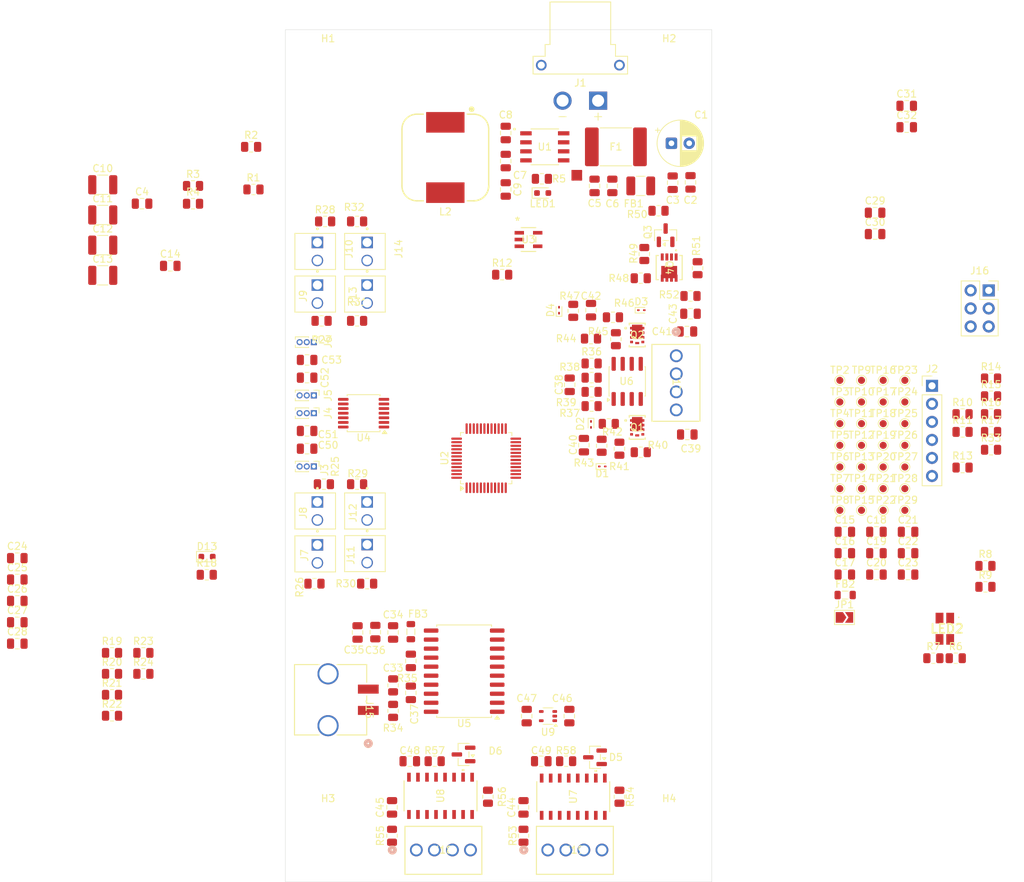
<source format=kicad_pcb>
(kicad_pcb (version 20241229) (generator "pcbnew") (generator_version "9.0")
  (layers (0 "F.Cu" signal) (2 "B.Cu" signal) (13 "F.Paste" user) (15 "B.Paste" user) (5 "F.SilkS" user "F.Silkscreen") (7 "B.SilkS" user "B.Silkscreen") (1 "F.Mask" user) (3 "B.Mask" user) (25 "Edge.Cuts" user))
  (net 0 "")
  (net 1 "LC_IN-")
  (net 2 "VIN_Filtered")
  (net 3 "Vin_An")
  (net 4 "Net-(U1-EN{slash}CLKIN)")
  (net 5 "AGND3V3")
  (net 6 "Net-(U1-VCC)")
  (net 7 "Net-(U1-BOOT)")
  (net 8 "Net-(U1-SW)")
  (net 9 "3V3_Main")
  (net 10 "3V3_An")
  (net 11 "+3.3VA")
  (net 12 "+5V")
  (net 13 "+5Viso")
  (net 14 "GND_iso")
  (net 15 "+5VAiso")
  (net 16 "Net-(C37-Pad1)")
  (net 17 "Vin_Pyro")
  (net 18 "Sense_1")
  (net 19 "Sense_2")
  (net 20 "PA_An")
  (net 21 "Temp_An")
  (net 22 "LCell_An")
  (net 23 "Pressure_An")
  (net 24 "Cmp_1")
  (net 25 "Cmp_2")
  (net 26 "Net-(D5-COM)")
  (net 27 "Net-(D6-COM)")
  (net 28 "Net-(D13-A)")
  (net 29 "Net-(F1-Pad2)")
  (net 30 "SYS_SWCLK")
  (net 31 "SYS_SWDIO")
  (net 32 "SYS_SWO")
  (net 33 "Servo1_Stepup")
  (net 34 "Servo2_Stepup")
  (net 35 "Servo3_Stepup")
  (net 36 "Servo4_Stepup")
  (net 37 "Servo1_Open")
  (net 38 "Servo2_Open")
  (net 39 "Servo3_Open")
  (net 40 "Servo4_Open")
  (net 41 "Servo1_Close")
  (net 42 "Servo2_Close")
  (net 43 "Servo3_Close")
  (net 44 "Servo4_Close")
  (net 45 "Net-(J15-Pin_2)")
  (net 46 "Net-(J15-Pin_1)")
  (net 47 "EXTEND_IO1")
  (net 48 "EXTEND_IO2")
  (net 49 "EXTEND_IO3")
  (net 50 "EXTEND_IO4")
  (net 51 "Pyro1-")
  (net 52 "Pyro2-")
  (net 53 "LC_OUT+")
  (net 54 "LC_OUT-")
  (net 55 "LC_IN+")
  (net 56 "P_OUT+")
  (net 57 "P_OUT-")
  (net 58 "P_IN+")
  (net 59 "Net-(JP1-B)")
  (net 60 "Net-(LED1-A)")
  (net 61 "Net-(LED2-A_GREEN)")
  (net 62 "CriticalLED_G")
  (net 63 "Net-(LED2-A_RED)")
  (net 64 "CriticalLED_R")
  (net 65 "Net-(Q3-C)")
  (net 66 "Net-(Q3-B)")
  (net 67 "BOOT0")
  (net 68 "Net-(U2-PB0)")
  (net 69 "Fire_2")
  (net 70 "Net-(U2-PB1)")
  (net 71 "Fire_1")
  (net 72 "Pyros_Arm")
  (net 73 "Net-(U2-PB2)")
  (net 74 "ISO_CAN_TXD")
  (net 75 "Net-(U2-PB9)")
  (net 76 "Net-(U2-PA8)")
  (net 77 "Servo4_PWM")
  (net 78 "Servo3_PWM")
  (net 79 "Net-(U2-PA9)")
  (net 80 "Servo2_PWM")
  (net 81 "Net-(U2-PA10)")
  (net 82 "Net-(U2-PA11)")
  (net 83 "Servo1_PWM")
  (net 84 "Net-(U4-EN)")
  (net 85 "Net-(U2-PB7)")
  (net 86 "ISO_CAN_IN")
  (net 87 "Net-(U6A-+)")
  (net 88 "Net-(U6A--)")
  (net 89 "Pressure_Sleep")
  (net 90 "Net-(R54-Pad2)")
  (net 91 "Net-(R54-Pad1)")
  (net 92 "LCell_Sleep")
  (net 93 "Net-(R56-Pad1)")
  (net 94 "Net-(R56-Pad2)")
  (net 95 "BT_USART2_TX")
  (net 96 "BT_USART2_RX")
  (net 97 "IMU_I2C1_SDA")
  (net 98 "IMU_I2C1_SCL")
  (net 99 "BARO_SPI1_CS")
  (net 100 "BARO_SPI1_CLK")
  (net 101 "BARO_SPI1_MOSI")
  (net 102 "BARO_SPI1_MISO")
  (net 103 "ACC_I2C3_SCL")
  (net 104 "ACC_I2C3_SDA")
  (net 105 "RFD_USART1_RX")
  (net 106 "RFD_USART1_TX")
  (net 107 "IdeFIX_I2C2_SDA")
  (net 108 "IdeFIX_I2C2_SCL")
  (net 109 "SD_SPI5_CS")
  (net 110 "SD_SPI5_CLK")
  (net 111 "SD_SPI5_MOSI")
  (net 112 "SD_SPI5_MISO")
  (net 113 "GPS_USART6_RX")
  (net 114 "GPS_USART6_TX")
  (net 115 "MEM_QSPI_CS")
  (net 116 "MEM_QSPI_IO0")
  (net 117 "MEM_QSPI_IO1")
  (net 118 "MEM_QSPI_IO2")
  (net 119 "MEM_QSPI_IO3")
  (net 120 "MEM_QSPI_CLK")
  (net 121 "SYS_TRACESWO")
  (net 122 "ISO_CAN_RXD")
  (net 127 "Net-(U7-SENSE)")
  (net 133 "Net-(U8-SENSE)")
  (footprint "Connector_PinSocket_2.54mm:PinSocket_2x03_P2.54mm_Vertical" (layer "F.Cu") (at 181.965 69.715)
    (property "Reference" "J16")
    (property "Value" "Conn_01x06_Pin")
  )
  (footprint "Capacitor_SMD:C_0805_2012Metric" (layer "F.Cu") (at 165.975 58.775)
    (property "Reference" "C29")
    (property "Value" "10uF")
  )
  (footprint "pcb_moteur:CONN_OSTVN04A150_OST" (layer "F.Cu") (at 101.42 148.5)
    (property "Reference" "J18")
    (property "Value" "Screw_Terminal_01x04")
  )
  (footprint "MountingHole:MountingHole_4.3mm_M4" (layer "F.Cu") (at 137 146.5)
    (property "Reference" "H4")
    (property "Value" "MountingHole")
  )
  (footprint "Capacitor_SMD:C_0805_2012Metric" (layer "F.Cu") (at 100.65 126.375 90)
    (property "Reference" "C37")
    (property "Value" "100nF" (hide yes))
  )
  (footprint "Capacitor_SMD:C_0805_2012Metric" (layer "F.Cu") (at 161.715 106.715)
    (property "Reference" "C16")
    (property "Value" "100nF")
  )
  (footprint "pcb_moteur:SI7617DN-T1-GE3" (layer "F.Cu") (at 137 66.5 -90)
    (property "Reference" "Q4")
    (property "Value" "SI7617DN-T1-GE3" (hide yes))
  )
  (footprint "pcb_moteur:TE_640454-2" (layer "F.Cu") (at 87.5 99.5 -90)
    (property "Reference" "J8")
    (property "Value" "Conn_01x02" (hide yes))
  )
  (footprint "Capacitor_SMD:C_0805_2012Metric" (layer "F.Cu") (at 86.05 79.5 180)
    (property "Reference" "C53")
    (property "Value" "10uF" (hide yes))
  )
  (footprint "Resistor_SMD:R_0805_2012Metric" (layer "F.Cu") (at 98.15 128.9125 -90)
    (property "Reference" "R34")
    (property "Value" "60R" (hide yes))
  )
  (footprint "Package_SO:SOIC-20W_7.5x12.8mm_P1.27mm" (layer "F.Cu") (at 108.15 123.325 180)
    (property "Reference" "U5")
    (property "Value" "ISOW1044")
  )
  (footprint "Capacitor_SMD:C_0805_2012Metric" (layer "F.Cu") (at 170.615 103.705)
    (property "Reference" "C21")
    (property "Value" "10nF")
  )
  (footprint "Resistor_SMD:R_0805_2012Metric" (layer "F.Cu") (at 63.01 123.7)
    (property "Reference" "R24")
    (property "Value" "1.5k")
  )
  (footprint "Resistor_SMD:R_0805_2012Metric" (layer "F.Cu") (at 178.285 87.125)
    (property "Reference" "R10")
    (property "Value" "22R")
  )
  (footprint "Capacitor_SMD:C_0805_2012Metric" (layer "F.Cu") (at 166.165 109.725)
    (property "Reference" "C20")
    (property "Value" "10uF")
  )
  (footprint "Capacitor_SMD:C_0805_2012Metric" (layer "F.Cu") (at 93.15 117.875 -90)
    (property "Reference" "C35")
    (property "Value" "1uF" (hide yes))
  )
  (footprint "Capacitor_SMD:C_0805_2012Metric" (layer "F.Cu") (at 129 55 -90)
    (property "Reference" "C6")
    (property "Value" "10uF" (hide yes))
  )
  (footprint "pcb_moteur:LTSTE683RGBW" (layer "F.Cu") (at 175.79 117.35)
    (property "Reference" "LED2")
    (property "Value" "LTST-E682KRKGWT" (hide yes))
  )
  (footprint "Resistor_SMD:R_0805_2012Metric" (layer "F.Cu") (at 88.5875 60)
    (property "Reference" "R28")
    (property "Value" "10k" (hide yes))
  )
  (footprint "TestPoint:TestPoint_Pad_D1.0mm" (layer "F.Cu") (at 170.165 88.475)
    (property "Reference" "TP25")
    (property "Value" "TestPoint")
  )
  (footprint "Capacitor_SMD:C_0805_2012Metric" (layer "F.Cu") (at 98 142.5 90)
    (property "Reference" "C45")
    (property "Value" "100nF" (hide yes))
  )
  (footprint "TestPoint:TestPoint_Pad_D1.0mm" (layer "F.Cu") (at 164.065 82.375)
    (property "Reference" "TP9")
    (property "Value" "TestPoint")
  )
  (footprint "Capacitor_SMD:C_0805_2012Metric" (layer "F.Cu") (at 114 47.55 90)
    (property "Reference" "C8")
    (property "Value" "100nF" (hide yes))
  )
  (footprint "Capacitor_SMD:C_0805_2012Metric" (layer "F.Cu") (at 170.615 109.725)
    (property "Reference" "C23")
    (property "Value" "100nF")
  )
  (footprint "Jumper:SolderJumper-2_P1.3mm_Open_TrianglePad1.0x1.5mm" (layer "F.Cu") (at 161.665 115.755)
    (property "Reference" "JP1")
    (property "Value" "SolderJumper_2_Open")
  )
  (footprint "TestPoint:TestPoint_Pad_D1.0mm" (layer "F.Cu") (at 167.115 97.625)
    (property "Reference" "TP21")
    (property "Value" "TestPoint")
  )
  (footprint "Capacitor_SMD:C_0805_2012Metric" (layer "F.Cu") (at 119 136 180)
    (property "Reference" "C49")
    (property "Value" "10nF" (hide yes))
  )
  (footprint "pcb_moteur:SI5442DU_T1_G3" (layer "F.Cu") (at 132.5 76)
    (property "Reference" "Q2")
    (property "Value" "SI5442DU-T1-GE3" (hide yes))
  )
  (footprint "Resistor_SMD:R_0805_2012Metric" (layer "F.Cu") (at 133 68 180)
    (property "Reference" "R48")
    (property "Value" "1.5k" (hide yes))
  )
  (footprint "Resistor_SMD:R_0805_2012Metric" (layer "F.Cu") (at 111.5 141 90)
    (property "Reference" "R56")
    (property "Value" "200R" (hide yes))
  )
  (footprint "Resistor_SMD:R_0805_2012Metric" (layer "F.Cu") (at 119.0875 54 180)
    (property "Reference" "R5")
    (property "Value" "620R" (hide yes))
  )
  (footprint "Capacitor_SMD:C_0805_2012Metric" (layer "F.Cu") (at 116.95 129.65 -90)
    (property "Reference" "C47")
    (property "Value" "100nF" (hide yes))
  )
  (footprint "Capacitor_SMD:C_0805_2012Metric" (layer "F.Cu") (at 161.715 103.705)
    (property "Reference" "C15")
    (property "Value" "10uF")
  )
  (footprint "Resistor_SMD:R_0805_2012Metric" (layer "F.Cu") (at 130 141 90)
    (property "Reference" "R54")
    (property "Value" "1k" (hide yes))
  )
  (footprint "Capacitor_SMD:C_0805_2012Metric" (layer "F.Cu") (at 86.05 82 180)
    (property "Reference" "C52")
    (property "Value" "10uF" (hide yes))
  )
  (footprint "Package_TO_SOT_SMD:SOT-353_SC-70-5" (layer "F.Cu") (at 119.95 129.65 180)
    (property "Reference" "U9")
    (property "Value" "MAX6612MXK" (hide yes))
  )
  (footprint "Resistor_SMD:R_0805_2012Metric" (layer "F.Cu") (at 129.0875 73.5 180)
    (property "Reference" "R46")
    (property "Value" "47k 1%" (hide yes))
  )
  (footprint "pcb_moteur:L6981N33DR" (layer "F.Cu") (at 119.5 49.5)
    (property "Reference" "U1")
    (property "Value" "L6981N33DR" (hide yes))
  )
  (footprint "TestPoint:TestPoint_Pad_D1.0mm" (layer "F.Cu") (at 167.115 82.375)
    (property "Reference" "TP16")
    (property "Value" "TestPoint")
  )
  (footprint "Capacitor_SMD:C_0805_2012Metric" (layer "F.Cu") (at 116.5 142.5 90)
    (property "Reference" "C44")
    (property "Value" "100nF" (hide yes))
  )
  (footprint "TestPoint:TestPoint_Pad_D1.0mm" (layer "F.Cu") (at 167.115 85.425)
    (property "Reference" "TP17")
    (property "Value" "TestPoint")
  )
  (footprint "Resistor_SMD:R_0805_2012Metric" (layer "F.Cu") (at 93.0875 97 180)
    (property "Reference" "R29")
    (property "Value" "10k" (hide yes))
  )
  (footprint "Resistor_SMD:R_0805_2012Metric" (layer "F.Cu") (at 88.4125 97)
    (property "Reference" "R25")
    (property "Value" "10k" (hide yes))
  )
  (footprint "Resistor_SMD:R_0805_2012Metric" (layer "F.Cu") (at 78.5 55.5)
    (property "Reference" "R1")
    (property "Value" "33K 1%")
  )
  (footprint "Capacitor_SMD:C_0805_2012Metric" (layer "F.Cu") (at 170.615 106.715)
    (property "Reference" "C22")
    (property "Value" "10nF")
  )
  (footprint "Capacitor_SMD:C_0805_2012Metric" (layer "F.Cu") (at 114 51.5 -90)
    (property "Reference" "C7")
    (property "Value" "1uF" (hide yes))
  )
  (footprint "Capacitor_SMD:C_0805_2012Metric" (layer "F.Cu") (at 100.5 136 180)
    (property "Reference" "C48")
    (property "Value" "10nF" (hide yes))
  )
  (footprint "Resistor_SMD:R_0805_2012Metric" (layer "F.Cu") (at 174.175 121.5)
    (property "Reference" "R7")
    (property "Value" "100R")
  )
  (footprint "Resistor_SMD:R_0805_2012Metric" (layer "F.Cu") (at 98.15 125.325 -90)
    (property "Reference" "R35")
    (property "Value" "60R" (hide yes))
  )
  (footprint "Connector_PinHeader_2.54mm:PinHeader_1x06_P2.54mm_Vertical" (layer "F.Cu") (at 173.985 83.145)
    (property "Reference" "J2")
    (property "Value" "Conn_01x06_Pin")
  )
  (footprint "TestPoint:TestPoint_Pad_D1.0mm" (layer "F.Cu") (at 164.065 91.525)
    (property "Reference" "TP12")
    (property "Value" "TestPoint")
  )
  (footprint "TestPoint:TestPoint_Pad_D1.0mm" (layer "F.Cu") (at 161.015 97.625)
    (property "Reference" "TP7")
    (property "Value" "TestPoint")
  )
  (footprint "TestPoint:TestPoint_Pad_D1.0mm" (layer "F.Cu") (at 170.165 85.425)
    (property "Reference" "TP24")
    (property "Value" "TestPoint")
  )
  (footprint "Resistor_SMD:R_0805_2012Metric" (layer "F.Cu") (at 123.5 72.5875 -90)
    (property "Reference" "R47")
    (property "Value" "33k 1%" (hide yes))
  )
  (footprint "Resistor_SMD:R_0805_2012Metric" (layer "F.Cu") (at 177.325 121.5)
    (property "Reference" "R6")
    (property "Value" "100R")
  )
  (footprint "Resistor_SMD:R_0805_2012Metric" (layer "F.Cu") (at 126 76.5)
    (property "Reference" "R44")
    (property "Value" "27k" (hide yes))
  )
  (footprint "TestPoint:TestPoint_Pad_D1.0mm" (layer "F.Cu") (at 161.015 88.475)
    (property "Reference" "TP4")
    (property "Value" "TestPoint")
  )
  (footprint "pcb_moteur:TE_640454-2" (layer "F.Cu") (at 87.5 62.96 -90)
    (property "Reference" "J10")
    (property "Value" "Conn_01x02" (hide yes))
  )
  (footprint "Capacitor_SMD:C_0805_2012Metric" (layer "F.Cu") (at 166.165 103.705)
    (property "Reference" "C18")
    (property "Value" "100nF")
  )
  (footprint "pcb_moteur:LED_QBLP601-AG15" (layer "F.Cu") (at 119.2 56)
    (property "Reference" "LED1")
    (property "Value" "GREEN" (hide yes))
  )
  (footprint "pcb_moteur:TE_640454-2" (layer "F.Cu") (at 87.5 68.96 -90)
    (property "Reference" "J9")
    (property "Value" "Conn_01x02" (hide yes))
  )
  (footprint "Resistor_SMD:R_0805_2012Metric" (layer "F.Cu") (at 94.5 111 180)
    (property "Reference" "R30")
    (property "Value" "10k" (hide yes))
  )
  (footprint "MountingHole:MountingHole_4.3mm_M4" (layer "F.Cu") (at 89 39.5)
    (property "Reference" "H1")
    (property "Value" "MountingHole" (hide yes))
  )
  (footprint "pcb_moteur:D16-L" (layer "F.Cu") (at 123.5 141 90)
    (property "Reference" "U7")
    (property "Value" "INA125UA/2K5")
  )
  (footprint "Resistor_SMD:R_0805_2012Metric" (layer "F.Cu") (at 87.0875 111)
    (property "Reference" "R26")
    (property "Value" "10k" (hide yes))
  )
  (footprint "Capacitor_SMD:C_0805_2012Metric" (layer "F.Cu") (at 62.825 57.5)
    (property "Reference" "C4")
    (property "Value" "100nF")
  )
  (footprint "TestPoint:TestPoint_Pad_D1.0mm" (layer "F.Cu") (at 161.015 94.575)
    (property "Reference" "TP6")
    (property "Value" "TestPoint")
  )
  (footprint "Resistor_SMD:R_0805_2012Metric" (layer "F.Cu") (at 58.6 123.7)
    (property "Reference" "R20")
    (property "Value" "1.5k")
  )
  (footprint "Resistor_SMD:R_0805_2012Metric" (layer "F.Cu") (at 141 66.5875 -90)
    (property "Reference" "R51")
    (property "Value" "33K 1%" (hide yes))
  )
  (footprint "Resistor_SMD:R_0805_2012Metric" (layer "F.Cu") (at 126.0875 86)
    (property "Reference" "R37")
    (property "Value" "40k 1%" (hide yes))
  )
  (footprint "pcb_moteur:TE_640454-2" (layer "F.Cu") (at 94.5 99.5 -90)
    (property "Reference" "J12")
    (property "Value" "Conn_01x02" (hide yes))
  )
  (footprint "Inductor_SMD:L_0805_2012Metric" (layer "F.Cu") (at 100.65 117.7625 90)
    (property "Reference" "FB3")
    (property "Value" "120R" (hide yes))
  )
  (footprint "TestPoint:TestPoint_Pad_D1.0mm" (layer "F.Cu") (at 170.165 82.375)
    (property "Reference" "TP23")
    (property "Value" "TestPoint")
  )
  (footprint "Resistor_SMD:R_0805_2012Metric" (layer "F.Cu") (at 88.0875 74 180)
    (property "Reference" "R27")
    (property "Value" "10k" (hide yes))
  )
  (footprint "Capacitor_SMD:C_0805_2012Metric" (layer "F.Cu") (at 139.55 90)
    (property "Reference" "C39")
    (property "Value" "22uF" (hide yes))
  )
  (footprint "Fuse:Fuse_2920_7451Metric" (layer "F.Cu") (at 129.5 49.5 180)
    (property "Reference" "F1")
    (property "Value" "2920L700/24SLER" (hide yes))
  )
  (footprint "Resistor_SMD:R_0805_2012Metric" (layer "F.Cu") (at 130 92 90)
    (property "Reference" "R41")
    (property "Value" "1.5k" (hide yes))
  )
  (footprint "Diode_SMD:D_SOD-923" (layer "F.Cu") (at 121.5 72.5 90)
    (property "Reference" "D4")
    (property "Value" "CDBQR0230R" (hide yes))
  )
  (footprint "Resistor_SMD:R_0805_2012Metric" (layer "F.Cu") (at 70 57.51)
    (property "Reference" "R4")
    (property "Value" "100k 1%")
  )
  (footprint "Inductor_SMD:L_1210_3225Metric" (layer "F.Cu") (at 133 55 180)
    (property "Reference" "FB1")
    (property "Value" "FBMH3225HM601NT" (hide yes))
  )
  (footprint "pcb_moteur:TE_640454-2" (layer "F.Cu") (at 94.5 68.96 -90)
    (property "Reference" "J13")
    (property "Value" "Conn_01x02" (hide yes))
  )
  (footprint "Inductor_SMD:L_0805_2012Metric" (layer "F.Cu") (at 161.765 112.605)
    (property "Reference" "FB2")
    (property "Value" "120R")
  )
  (footprint "Capacitor_SMD:C_0805_2012Metric" (layer "F.Cu") (at 170.425 43.725)
    (property "Reference" "C31")
    (property "Value" "100nF")
  )
  (footprint "Resistor_SMD:R_0805_2012Metric" (layer "F.Cu") (at 133.5 64.5875 -90)
    (property "Reference" "R49")
    (property "Value" "10k" (hide yes))
  )
  (footprint "Resistor_SMD:R_0805_2012Metric" (layer "F.Cu") (at 93.0875 60 180)
    (property "Reference" "R32")
    (property "Value" "10k" (hide yes))
  )
  (footprint "Capacitor_SMD:C_0805_2012Metric" (layer "F.Cu") (at 140 73 180)
    (property "Reference" "C43")
    (property "Value" "100nF" (hide yes))
  )
  (footprint "Resistor_SMD:R_0805_2012Metric" (layer "F.Cu") (at 135.5 58.5 180)
    (property "Reference" "R50")
    (property "Value" "10k" (hide yes))
  )
  (footprint "TestPoint:TestPoint_Pad_D1.0mm" (layer "F.Cu") (at 170.165 97.625)
    (property "Reference" "TP28")
    (property "Value" "TestPoint")
  )
  (footprint "Resistor_SMD:R_0805_2012Metric" (layer "F.Cu") (at 181.5 108.5)
    (property "Reference" "R8")
    (property "Value" "1.5k")
  )
  (footprint "pcb_moteur:XT30PW-F" (layer "F.Cu") (at 124.5 38)
    (property "Reference" "J1")
    (property "Value" "XT30PW-F")
  )
  (footprint "Capacitor_SMD:C_0805_2012Metric" (layer "F.Cu") (at 137.49 54.55 -90)
    (property "Reference" "C3")
    (property "Value" "100nF" (hide yes))
  )
  (footprint "Connector_PinHeader_1.00mm:PinHeader_1x03_P1.00mm_Vertical" (layer "F.Cu") (at 87 87 -90)
    (property "Reference" "J4")
    (property "Value" "Conn_01x03_Socket" (hide yes))
  )
  (footprint "Resistor_SMD:R_0805_2012Metric" (layer "F.Cu") (at 127.5 91.5875 90)
    (property "Reference" "R43")
    (property "Value" "33k 1%" (hide yes))
  )
  (footprint "Package_QFP:LQFP-48_7x7mm_P0.5mm" (layer "F.Cu") (at 111.25 93.3375 90)
    (property "Reference" "U2")
    (property "Value" "STM32F103CBT6" (hide yes))
  )
  (footprint "Resistor_SMD:R_0805_2012Metric" (layer "F.Cu") (at 133 92.5)
    (property "Reference" "R40")
    (property "Value" "27k" (hide yes))
  )
  (footprint "Capacitor_SMD:C_0805_2012Metric" (layer "F.Cu") (at 122.95 129.65 -90)
    (property "Reference" "C46")
    (property "Value" "10nF" (hide yes))
  )
  (footprint "Capacitor_SMD:C_0805_2012Metric" (layer "F.Cu") (at 86.05 89.5 180)
    (property "Reference" "C51")
    (property "Value" "10uF" (hide yes))
  )
  (footprint "Resistor_SMD:R_0805_2012Metric" (layer "F.Cu") (at 182.295 84.615)
    (property "Reference" "R15")
    (property "Value" "22R")
  )
  (footprint "TestPoint:TestPoint_Pad_D1.0mm" (layer "F.Cu") (at 164.065 94.575)
    (property "Reference" "TP13")
    (property "Value" "TestPoint")
  )
  (footprint "Capacitor_SMD:C_1210_3225Metric" (layer "F.Cu") (at 57.295 59.09)
    (property "Reference" "C11")
    (property "Value" "22uF")
  )
  (footprint "TestPoint:TestPoint_Pad_D1.0mm" (layer "F.Cu") (at 164.065 97.625)
    (property "Reference" "TP14")
    (property "Value" "TestPoint")
  )
  (footprint "Resistor_SMD:R_0805_2012Metric" (layer "F.Cu") (at 104 136 180)
    (property "Reference" "R57")
    (property "Value" "1.5k" (hide yes))
  )
  (footprint "Capacitor_SMD:C_0805_2012Metric" (layer "F.Cu") (at 45.27 107.41)
    (property "Reference" "C24")
    (property "Value" "100nF")
  )
  (footprint "Resistor_SMD:R_0805_2012Metric" (layer "F.Cu") (at 129.5 76.5875 -90)
    (property "Reference" "R45")
    (property "Value" "1.5k" (hide yes))
  )
  (footprint "Capacitor_SMD:C_0805_2012Metric" (layer "F.Cu") (at 66.795 66.26)
    (property "Reference" "C14")
    (property "Value" "100nF")
  )
  (footprint "TestPoint:TestPoint_Pad_D1.0mm" (layer "F.Cu") (at 164.065 85.425)
    (property "Reference" "TP10")
    (property "Value" "TestPoint")
  )
  (footprint "pcb_moteur:MCP1802T-5002IOT" (layer "F.Cu") (at 117.2046 62.549999)
    (property "Reference" "U3")
    (property "Value" "MCP1802T-5002I/OT")
  )
  (footprint "Capacitor_SMD:C_0805_2012Metric" (layer "F.Cu") (at 45.27 113.43)
    (property "Reference" "C26")
    (property "Value" "1uF")
  )
  (footprint "pcb_moteur:SI5442DU_T1_G3" (layer "F.Cu") (at 132.5 89)
    (property "Reference" "Q1")
    (property "Value" "SI5442DU-T1-GE3" (hide yes))
  )
  (footprint "Capacitor_SMD:C_0805_2012Metric" (layer "F.Cu") (at 126.5 55 -90)
    (property "Reference" "C5")
    (property "Value" "100nF" (hide yes))
  )
  (footprint "TestPoint:TestPoint_Pad_D1.0mm" (layer "F.Cu") (at 161.015 100.675)
    (property "Reference" "TP8")
    (property "Value" "TestPoint")
  )
  (footprint "Resistor_SMD:R_0805_2012Metric" (layer "F.Cu") (at 182.295 89.635)
    (property "Reference" "R17")
    (property "Value" "22R")
  )
  (footprint "Capacitor_SMD:C_0805_2012Metric" (layer "F.Cu") (at 166.165 106.715)
    (property "Reference" "C19")
    (property "Value" "100nF")
  )
  (footprint "TestPoint:TestPoint_Pad_D1.0mm" (layer "F.Cu") (at 167.115 100.675)
    (property "Reference" "TP22")
    (property "Value" "TestPoint")
  )
  (footprint "Resistor_SMD:R_0805_2012Metric" (layer "F.Cu") (at 182.295 92.145)
    (property "Reference" "R33")
    (property "Value" "22R")
  )
  (footprint "Capacitor_SMD:C_0805_2012Metric" (layer "F.Cu") (at 45.27 116.44)
    (property "Reference" "C27")
    (property "Value" "100nF")
  )
  (footprint "Resistor_SMD:R_0805_2012Metric" (layer "F.Cu") (at 140 70.5 180)
    (property "Reference" "R52")
    (property "Value" "47k 1%" (hide yes))
  )
  (footprint "Diode_SMD:D_SOD-923" (layer "F.Cu") (at 133.08 72.5)
    (property "Reference" "D3")
    (property "Value" "CDBQR0230R" (hide yes))
  )
  (footprint "Capacitor_SMD:C_0805_2012Metric" (layer "F.Cu") (at 100.65 121.875 -90)
    (property "Reference" "C33")
    (property "Value" "100nF" (hide yes))
  )
  (footprint "pcb_moteur:CONN_2189890010-SD_02_MOL" (layer "F.Cu") (at 89.357 127.35 -90)
    (property "Reference" "J15")
    (property "Value" "Conn_01x02")
  )
  (footprint "Resistor_SMD:R_0805_2012Metric" (layer "F.Cu") (at 93.0875 74)
    (property "Reference" "R31")
    (property "Value" "10k" (hide yes))
  )
  (footprint "Resistor_SMD:R_0805_2012Metric" (layer "F.Cu") (at 178.285 94.655)
    (property "Reference" "R13")
    (property "Value" "22R")
  )
  (footprint "Capacitor_SMD:C_0805_2012Metric" (layer "F.Cu") (at 139.5 75.5)
    (property "Reference" "C41")
    (property "Value" "22uF" (hide yes))
  )
  (footprint "Resistor_SMD:R_0805_2012Metric" (layer "F.Cu") (at 98 146.5 90)
    (property "Reference" "R55")
    (property "Value" "10k" (hide yes))
  )
  (footprint "Capacitor_SMD:C_0805_2012Metric" (layer "F.Cu") (at 165.975 61.785)
    (property "Reference" "C30")
    (property "Value" "1uF")
  )
  (footprint "Resistor_SMD:R_0805_2012Metric" (layer "F.Cu") (at 58.6 120.75)
    (property "Reference" "R19")
    (property "Value" "10k")
  )
  (footprint "Capacitor_SMD:C_0805_2012Metric" (layer "F.Cu") (at 45.27 110.42)
    (property "Reference" "C25")
    (property "Value" "1uF")
  )
  (footprint "Package_SO:TSSOP-14_4.4x5mm_P0.65mm" (layer "F.Cu") (at 94 87 180)
    (property "Reference" "U4")
    (property "Value" "LSF0204PWR" (hide yes))
  )
  (footprint "Resistor_SMD:R_0805_2012Metric" (layer "F.Cu") (at 122.5 136 180)
    (property "Reference" "R58")
    (property "Value" "1.5k" (hide yes))
  )
  (footprint "Resistor_SMD:R_0805_2012Metric" (layer "F.Cu") (at 113.5 67.5)
    (property "Reference" "R12")
    (property "Value" "22R" (hide yes))
  )
  (footprint "Capacitor_SMD:C_0805_2012Metric" (layer "F.Cu") (at 98.15 117.875 -90)
    (property "Reference" "C34")
    (property "Value" "10uF" (hide yes))
  )
  (footprint "Package_TO_SOT_SMD:SOT-23" (layer "F.Cu") (at 136.5 61.9375 90)
    (property "Reference" "Q3")
    (property "Value" "MMBT3904" (hide yes))
  )
  (footprint "Resistor_SMD:R_0805_2012Metric" (layer "F.Cu") (at 181.5 111.45)
    (property "Reference" "R9")
    (property "Value" "10k")
  )
  (footprint "TestPoint:TestPoint_Pad_D1.0mm" (layer "F.Cu") (at 167.115 88.475)
    (property "Reference" "TP18")
    (property "Value" "TestPoint")
  )
  (footprint "Resistor_SMD:R_0805_2012Metric" (layer "F.Cu") (at 116.5 146.5 -90)
    (property "Reference" "R53")
    (property "Value" "10k" (hide yes))
  )
  (footprint "Connector_PinHeader_1.00mm:PinHeader_1x03_P1.00mm_Vertical" (layer "F.Cu") (at 87 77 -90)
    (property "Reference" "J6")
    (property "Value" "Conn_01x03_Socket" (hide yes))
  )
  (footprint "Resistor_SMD:R_0805_2012Metric" (layer "F.Cu") (at 71.93 109.75)
    (property "Reference" "R18")
    (property "Value" "1.5k")
  )
  (footprint "TestPoint:TestPoint_Pad_D1.0mm" (layer "F.Cu") (at 161.015 91.525)
    (property "Reference" "TP5")
    (property "Value" "TestPoint")
  )
  (footprint "MountingHole:MountingHole_4.3mm_M4" (layer "F.Cu") (at 137 39.5)
    (property "Reference" "H2")
    (property "Value" "MountingHole")
  )
  (footprint "pcb_moteur:D16-L" (layer "F.Cu") (at 104.825 140.87745 90)
    (property "Reference" "U8")
    (property "Value" "INA125UA/2K5")
  )
  (footprint "Capacitor_SMD:C_0805_2012Metric" (layer "F.Cu") (at 95.65 117.825 -90)
    (property "Reference" "C36")
    (property "Value" "10nF" (hide yes))
  )
  (footprint "pcb_moteur:WE-PD_1245" (layer "F.Cu") (at 105.5 51 180)
    (property "Reference" "L2")
    (property "Value" "7447715330" (hide yes))
  )
  (footprint "NetTie:NetTie-4_SMD_Pad0.5mm" (layer "F.Cu") (at 124 53.5 -90)
    (property "Reference" "NT4" (hide yes))
    (property "Value" "NetTie_2" (hide yes))
  )
  (footprint "MountingHole:MountingHole_4.3mm_M4" (layer "F.Cu") (at 89 146.5)
    (property "Reference" "H3")
    (property "Value" "MountingHole")
  )
  (footprint "TestPoint:TestPoint_Pad_D1.0mm" (layer "F.Cu") (at 164.065 100.675)
    (property "Reference" "TP15")
    (property "Value" "TestPoint")
  )
  (footprint "Resistor_SMD:R_0805_2012Metric" (layer "F.Cu") (at 126.0875 84 180)
    (property "Reference" "R39")
    (property "Value" "10k 1%" (hide yes))
  )
  (footprint "Capacitor_SMD:C_0805_2012Metric" (layer "F.Cu") (at 125 91.5 -90)
    (property "Reference" "C40")
    (property "Value" "100nF" (hide yes))
  )
  (footprint "Capacitor_SMD:C_1210_3225Metric" (layer "F.Cu") (at 57.295 54.84)
    (property "Reference" "C10")
    (property "Value" "22uF")
  )
  (footprint "Capacitor_SMD:C_0805_2012Metric" (layer "F.Cu") (at 86.05 92 180)
    (property "Reference" "C50")
    (property "Value" "10uF" (hide yes))
  )
  (footprint "Diode_SMD:D_SOD-923" (layer "F.Cu") (at 127.58 94.5)
    (property "Reference" "D1")
    (property "Value" "CDBQR0230R" (hide yes))
  )
  (footprint "Resistor_SMD:R_0805_2012Metric" (layer "F.Cu") (at 182.295 82.105)
    (property "Reference" "R14")
    (property "Value" "22R")
  )
  (footprint "TestPoint:TestPoint_Pad_D1.0mm" (layer "F.Cu") (at 170.165 100.675)
    (property "Reference" "TP29")
    (property "Value" "TestPoint")
  )
  (footprint "Resistor_SMD:R_0805_2012Metric" (layer "F.Cu") (at 78.175 49.5)
    (property "Reference" "R2")
    (property "Value" "47k 1%")
  )
  (footprint "Resistor_SMD:R_0805_2012Metric" (layer "F.Cu") (at 182.295 87.125)
    (property "Reference" "R16")
    (property "Value" "22R")
  )
  (footprint "Resistor_SMD:R_0805_2012Metric" (layer "F.Cu") (at 126.0875 82 180)
    (property "Reference" "R38")
    (property "Value" "10k 1%" (hide yes))
  )
  (footprint "Capacitor_SMD:C_0805_2012Metric" (layer "F.Cu") (at 161.715 109.725)
    (property "Reference" "C17")
    (property "Value" "100nF")
  )
  (footprint "Resistor_SMD:R_0805_2012Metric" (layer "F.Cu") (at 178.285 89.635)
    (property "Reference" "R11")
    (property "Value" "22R")
  )
  (footprint "Resistor_SMD:R_0805_2012Metric" (layer "F.Cu") (at 58.6 126.65)
    (property "Reference" "R21")
    (property "Value" "1.5k")
  )
  (footprint "pcb_moteur:CONN_OSTVN04A150_OST" (layer "F.Cu") (at 119.92 148.5)
    (property "Reference" "J19")
    (property "Value" "Screw_Terminal_01x04")
  )
  (footprint "TestPoint:TestPoint_Pad_D1.0mm" (layer "F.Cu") (at 167.115 91.525)
    (property "Reference" "TP19")
    (property "Value" "TestPoint")
  )
  (footprint "Resistor_SMD:R_0805_2012Metric" (layer "F.Cu") (at 126.0875 80)
    (property "Reference" "R36")
    (property "Value" "68k 1%" (hide yes))
  )
  (footprint "pcb_moteur:TE_640454-2" (layer "F.Cu") (at 94.5 105.5 -90)
    (property "Reference" "J11")
    (property "Value" "Conn_01x02" (hide yes))
  )
  (footprint "pcb_moteur:CONN_OSTVN04A150_OST" (layer "F.Cu") (at 138 78.92 -90)
    (property "Reference" "J17")
    (property "Value" "Screw_Terminal_01x04")
  )
  (footprint "Connector_PinHeader_1.00mm:PinHeader_1x03_P1.00mm_Vertical" (layer "F.Cu") (at 87 84.5 -90)
    (property "Reference" "J5")
    (property "Value" "Conn_01x03_Socket" (hide yes))
  )
  (footprint "Resistor_SMD:R_0805_2012Metric" (layer "F.Cu") (at 63.01 120.75)
    (property "Reference" "R23")
    (property "Value" "1.5k")
  )
  (footprint "Capacitor_SMD:C_0805_2012Metric" (layer "F.Cu") (at 123 83 -90)
    (property "Reference" "C38")
    (property "Value" "100nF" (hide yes))
  )
  (footprint "Capacitor_THT:CP_Radial_D6.3mm_P2.50mm" (layer "F.Cu") (at 137.317621 49)
    (property "Reference" "C1")
    (property "Value" "100uF" (hide yes))
  )
  (footprint "Capacitor_SMD:C_0805_2012Metric" (layer "F.Cu") (at 126 72.5 90)
    (property "Reference" "C42")
    (property "Value" "100nF" (hide yes))
  )
  (footprint "TestPoint:TestPoint_Pad_D1.0mm" (layer "F.Cu") (at 167.115 94.575)
    (property "Reference" "TP20")
    (property "Value" "TestPoint")
  )
  (footprint "TestPoint:TestPoint_Pad_D1.0mm" (layer "F.Cu") (at 170.165 91.525)
    (property "Reference" "TP26")
    (property "Value" "TestPoint")
  )
  (footprint "Capacitor_SMD:C_1210_3225Metric" (layer "F.Cu") (at 57.295 63.34)
    (property "Reference" "C12")
    (property "Value" "22uF")
  )
  (footprint "Resistor_SMD:R_0805_2012Metric" (layer "F.Cu") (at 70 55)
    (property "Reference" "R3")
    (property "Value" "11k 1%")
  )
  (footprint "TestPoint:TestPoint_Pad_D1.0mm" (layer "F.Cu") (at 164.065 88.475)
    (property "Reference" "TP11")
    (property "Value" "TestPoint")
  )
  (footprint "Resistor_SMD:R_0805_2012Metric" (layer "F.Cu") (at 58.6 129.6)
    (property "Reference" "R22")
    (property "Value" "100k")
  )
  (footprint "Package_TO_SOT_SMD:SOT-23" (layer "F.Cu") (at 126.5625 135.45 180)
    (property "Reference" "D5")
    (property "Value" "BAT54S" (hide yes))
  )
  (footprint "Connector_PinHeader_1.00mm:PinHeader_1x03_P1.00mm_Vertical" (layer "F.Cu") (at 87 94.5 -90)
    (property "Reference" "J3")
    (property "Value" "Conn_01x03_Socket" (hide yes))
  )
  (footprint "Capacitor_SMD:C_0805_2012Metric" (layer "F.Cu") (at 45.27 119.45)
    (property "Reference" "C28")
    (property "Value" "100nF")
  )
  (footprint "Diode_SMD:D_SOD-923" (layer "F.Cu") (at 126 88.58 -90)
    (property "Reference" "D2")
    (property "Value" "CDBQR0230R" (hide yes))
  )
  (footprint "Capacitor_SMD:C_0805_2012Metric" (layer "F.Cu") (at 114 55.5 -90)
    (property "Reference" "C9")
    (property "Value" "10uF" (hide yes))
  )
  (footprint "Package_TO_SOT_SMD:SOT-23" (layer "F.Cu") (at 108.0625 135.05 180)
    (property "Reference" "D6")
    (property "Value" "BAT54S" (hide yes))
  )
  (footprint "Capacitor_SMD:C_1210_3225Metric" (layer "F.Cu") (at 57.295 67.59)
    (property "Reference" "C13")
    (property "Value" "22uF")
  )
  (footprint "TestPoint:TestPoint_Pad_D1.0mm" (layer "F.Cu") (at 161.015 85.425)
    (property "Reference" "TP3")
    (property "Value" "TestPoint")
  )
  (footprint "pcb_moteur:LED_QBLP601-AG15" (layer "F.Cu") (at 71.97 107.2)
    (property "Reference" "D13")
    (property "Value" "GREEN")
  )
  (footprint "Resistor_SMD:R_0805_2012Metric" (layer "F.Cu") (at 128.5 88.5 180)
    (property "Reference" "R42")
    (property "Value" "47k 1%" (hide yes))
  )
  (footprint "TestPoint:TestPoint_Pad_D1.0mm" (layer "F.Cu") (at 170.165 94.575)
    (property "Reference" "TP27")
    (property "Value" "TestPoint")
  )
  (footprint "TestPoint:TestPoint_Pad_D1.0mm" (layer "F.Cu") (at 161.015 82.375)
    (property "Reference" "TP2")
    (property "Value" "TestPoint")
  )
  (footprint "pcb_moteur:TE_640454-2" (layer "F.Cu") (at 94.5 62.96 -90)
    (property "Reference" "J14")
    (property "Value" "Conn_01x02" (hide yes))
  )
  (footprint "Capacitor_SMD:C_0805_2012Metric" (layer "F.Cu") (at 140 54.5 -90)
    (property "Reference" "C2")
    (property "Value" "10uF" (hide yes))
  )
  (footprint "pcb_moteur:TE_640454-2" (layer "F.Cu") (at 87.5 105.54 -90)
    (property "Reference" "J7")
    (property "Value" "Conn_01x02" (hide yes))
  )
  (footprint "Capacitor_SMD:C_0805_2012Metric" (layer "F.Cu") (at 170.425 46.735)
    (property "Reference" "C32")
    (property "Value" "10nF")
  )
  (footprint "Package_SO:SOIC-8_3.9x4.9mm_P1.27mm" (layer "F.Cu") (at 131.095 82.525 90)
    (property "Reference" "U6")
    (property "Value" "LM393" (hide yes))
  )
  (gr_rect (start 83 33) (end 143 153) (stroke (width 0.05)) (fill no) (layer "Edge.Cuts"))
)
</source>
